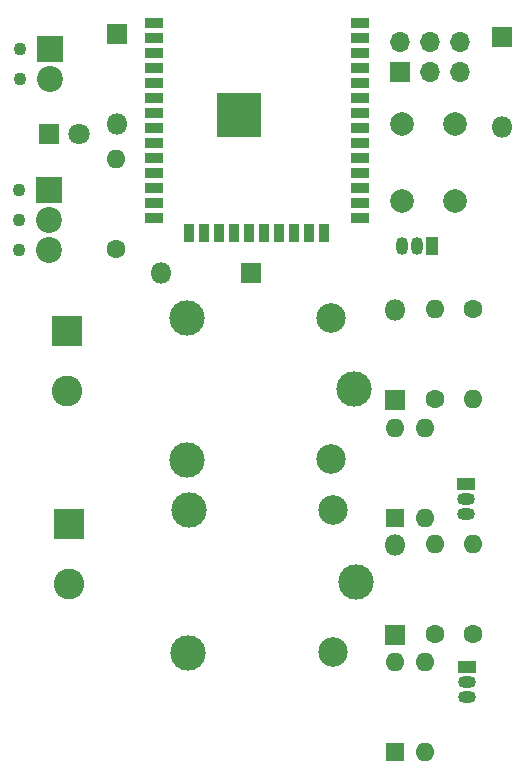
<source format=gbr>
%TF.GenerationSoftware,KiCad,Pcbnew,8.0.7*%
%TF.CreationDate,2025-07-07T17:53:00+05:30*%
%TF.ProjectId,SRF_V1,5352465f-5631-42e6-9b69-6361645f7063,rev?*%
%TF.SameCoordinates,Original*%
%TF.FileFunction,Soldermask,Top*%
%TF.FilePolarity,Negative*%
%FSLAX46Y46*%
G04 Gerber Fmt 4.6, Leading zero omitted, Abs format (unit mm)*
G04 Created by KiCad (PCBNEW 8.0.7) date 2025-07-07 17:53:00*
%MOMM*%
%LPD*%
G01*
G04 APERTURE LIST*
%ADD10O,1.600000X1.600000*%
%ADD11R,1.600000X1.600000*%
%ADD12R,1.500000X0.900000*%
%ADD13R,0.900000X1.500000*%
%ADD14C,0.600000*%
%ADD15R,3.800000X3.800000*%
%ADD16C,2.000000*%
%ADD17C,1.600000*%
%ADD18R,1.500000X1.050000*%
%ADD19O,1.500000X1.050000*%
%ADD20O,1.050000X1.500000*%
%ADD21R,1.050000X1.500000*%
%ADD22C,3.000000*%
%ADD23C,2.500000*%
%ADD24R,2.600000X2.600000*%
%ADD25C,2.600000*%
%ADD26C,2.200000*%
%ADD27R,2.200000X2.200000*%
%ADD28C,1.100000*%
%ADD29O,1.700000X1.700000*%
%ADD30R,1.700000X1.700000*%
%ADD31C,1.800000*%
%ADD32R,1.800000X1.800000*%
%ADD33O,1.800000X1.800000*%
G04 APERTURE END LIST*
D10*
%TO.C,U3*%
X92010000Y-104350000D03*
X94550000Y-104350000D03*
X94550000Y-111970000D03*
D11*
X92010000Y-111970000D03*
%TD*%
%TO.C,U2*%
X92075000Y-131820000D03*
D10*
X94615000Y-131820000D03*
X94615000Y-124200000D03*
X92075000Y-124200000D03*
%TD*%
D12*
%TO.C,U1*%
X71590000Y-70140000D03*
X71590000Y-71410000D03*
X71590000Y-72680000D03*
X71590000Y-73950000D03*
X71590000Y-75220000D03*
X71590000Y-76490000D03*
X71590000Y-77760000D03*
X71590000Y-79030000D03*
X71590000Y-80300000D03*
X71590000Y-81570000D03*
X71590000Y-82840000D03*
X71590000Y-84110000D03*
X71590000Y-85380000D03*
X71590000Y-86650000D03*
D13*
X74630000Y-87900000D03*
X75900000Y-87900000D03*
X77170000Y-87900000D03*
X78440000Y-87900000D03*
X79710000Y-87900000D03*
X80980000Y-87900000D03*
X82250000Y-87900000D03*
X83520000Y-87900000D03*
X84790000Y-87900000D03*
X86060000Y-87900000D03*
D12*
X89090000Y-86650000D03*
X89090000Y-85380000D03*
X89090000Y-84110000D03*
X89090000Y-82840000D03*
X89090000Y-81570000D03*
X89090000Y-80300000D03*
X89090000Y-79030000D03*
X89090000Y-77760000D03*
X89090000Y-76490000D03*
X89090000Y-75220000D03*
X89090000Y-73950000D03*
X89090000Y-72680000D03*
X89090000Y-71410000D03*
X89090000Y-70140000D03*
D14*
X77440000Y-77160000D03*
X77440000Y-78560000D03*
X78140000Y-76460000D03*
X78140000Y-77860000D03*
X78140000Y-79260000D03*
X78815000Y-77160000D03*
X78815000Y-78560000D03*
D15*
X78840000Y-77860000D03*
D14*
X79540000Y-76460000D03*
X79540000Y-77860000D03*
X79540000Y-79260000D03*
X80240000Y-77160000D03*
X80240000Y-78560000D03*
%TD*%
D16*
%TO.C,SW1*%
X92600000Y-85150000D03*
X92600000Y-78650000D03*
X97100000Y-85150000D03*
X97100000Y-78650000D03*
%TD*%
D10*
%TO.C,R5*%
X68400000Y-81580000D03*
D17*
X68400000Y-89200000D03*
%TD*%
D10*
%TO.C,R4*%
X98600000Y-101960000D03*
D17*
X98600000Y-94340000D03*
%TD*%
%TO.C,R3*%
X95450000Y-101910000D03*
D10*
X95450000Y-94290000D03*
%TD*%
D17*
%TO.C,R2*%
X98600000Y-121830000D03*
D10*
X98600000Y-114210000D03*
%TD*%
D17*
%TO.C,R1*%
X95450000Y-121820000D03*
D10*
X95450000Y-114200000D03*
%TD*%
D18*
%TO.C,Q3*%
X98050000Y-109100000D03*
D19*
X98050000Y-110370000D03*
X98050000Y-111640000D03*
%TD*%
D18*
%TO.C,Q2*%
X98100000Y-124650000D03*
D19*
X98100000Y-125920000D03*
X98100000Y-127190000D03*
%TD*%
D20*
%TO.C,Q1*%
X92600000Y-89000000D03*
X93870000Y-89000000D03*
D21*
X95140000Y-89000000D03*
%TD*%
D22*
%TO.C,K2*%
X88600000Y-101100000D03*
D23*
X86650000Y-95050000D03*
D22*
X74450000Y-95050000D03*
X74400000Y-107100000D03*
D23*
X86650000Y-107050000D03*
%TD*%
%TO.C,K1*%
X86800000Y-123370000D03*
D22*
X74550000Y-123420000D03*
X74600000Y-111370000D03*
D23*
X86800000Y-111370000D03*
D22*
X88750000Y-117420000D03*
%TD*%
D24*
%TO.C,J5*%
X64245000Y-96205000D03*
D25*
X64245000Y-101285000D03*
%TD*%
D26*
%TO.C,J4*%
X62740000Y-89300000D03*
X62740000Y-86760000D03*
D27*
X62740000Y-84220000D03*
D28*
X60200000Y-89300000D03*
X60200000Y-86760000D03*
X60200000Y-84220000D03*
%TD*%
D24*
%TO.C,J3*%
X64400000Y-112520000D03*
D25*
X64400000Y-117600000D03*
%TD*%
D29*
%TO.C,J2*%
X97500000Y-71710000D03*
X97500000Y-74250000D03*
X94960000Y-71710000D03*
X94960000Y-74250000D03*
X92420000Y-71710000D03*
D30*
X92420000Y-74250000D03*
%TD*%
D26*
%TO.C,J1*%
X62850000Y-74850000D03*
D27*
X62850000Y-72310000D03*
D28*
X60310000Y-74850000D03*
X60310000Y-72310000D03*
%TD*%
D31*
%TO.C,D6*%
X65270000Y-79500000D03*
D32*
X62730000Y-79500000D03*
%TD*%
%TO.C,D5*%
X92050000Y-102010000D03*
D33*
X92050000Y-94390000D03*
%TD*%
D32*
%TO.C,D4*%
X92050000Y-121920000D03*
D33*
X92050000Y-114300000D03*
%TD*%
%TO.C,D3*%
X101100000Y-78910000D03*
D32*
X101100000Y-71290000D03*
%TD*%
D33*
%TO.C,D2*%
X72230000Y-91300000D03*
D32*
X79850000Y-91300000D03*
%TD*%
D33*
%TO.C,D1*%
X68500000Y-78660000D03*
D32*
X68500000Y-71040000D03*
%TD*%
M02*

</source>
